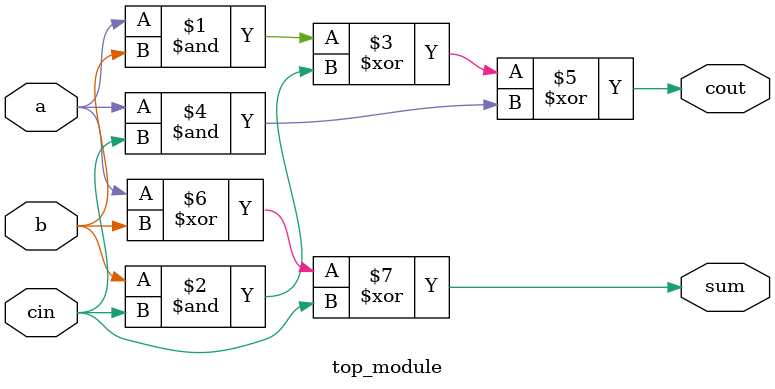
<source format=v>

module top_module( 
    input a, b, cin,
    output cout, sum );
    assign cout=(a&b)^(b&cin)^(a&cin);
    assign sum= a^b^cin;
   // assign cout=ab&bc
endmodule

</source>
